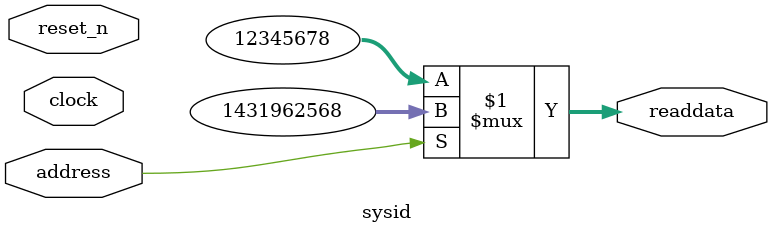
<source format=v>

`timescale 1ns / 1ps
// synthesis translate_on

// turn off superfluous verilog processor warnings 
// altera message_level Level1 
// altera message_off 10034 10035 10036 10037 10230 10240 10030 

module sysid (
               // inputs:
                address,
                clock,
                reset_n,

               // outputs:
                readdata
             )
;

  output  [ 31: 0] readdata;
  input            address;
  input            clock;
  input            reset_n;

  wire    [ 31: 0] readdata;
  //control_slave, which is an e_avalon_slave
  assign readdata = address ? 1431962568 : 12345678;

endmodule


</source>
